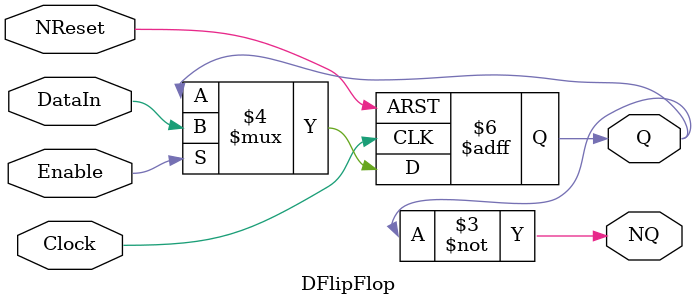
<source format=v>
`timescale 1ns / 1ps

module DFlipFlop(
    input DataIn,  
    input Clock, 
    input Enable, 
    input NReset, 
    output reg Q, 
    output NQ);

    not get_NQ(NQ, Q);
    always @(posedge Clock or negedge NReset) 
    if (~NReset) Q <= 0; else if(Enable) Q <= DataIn;
endmodule

</source>
